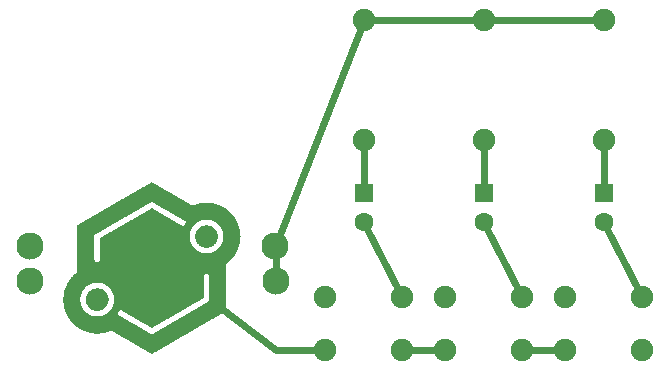
<source format=gtl>
G04 MADE WITH FRITZING*
G04 WWW.FRITZING.ORG*
G04 DOUBLE SIDED*
G04 HOLES PLATED*
G04 CONTOUR ON CENTER OF CONTOUR VECTOR*
%ASAXBY*%
%FSLAX23Y23*%
%MOIN*%
%OFA0B0*%
%SFA1.0B1.0*%
%ADD10C,0.075000*%
%ADD11C,0.062992*%
%ADD12C,0.090551*%
%ADD13R,0.062992X0.062992*%
%ADD14C,0.024000*%
%ADD15R,0.001000X0.001000*%
%LNCOPPER1*%
G90*
G70*
G54D10*
X2013Y825D03*
X2013Y1225D03*
X1613Y825D03*
X1613Y1225D03*
X2141Y125D03*
X1885Y125D03*
X2141Y302D03*
X1885Y302D03*
X1741Y125D03*
X1485Y125D03*
X1741Y302D03*
X1485Y302D03*
X1341Y125D03*
X1085Y125D03*
X1341Y302D03*
X1085Y302D03*
G54D11*
X2013Y649D03*
X2013Y551D03*
G54D12*
X919Y354D03*
X918Y473D03*
X100Y354D03*
X99Y473D03*
G54D10*
X1213Y825D03*
X1213Y1225D03*
G54D11*
X1213Y649D03*
X1213Y551D03*
X1613Y649D03*
X1613Y551D03*
G54D13*
X2013Y649D03*
X1213Y649D03*
X1613Y649D03*
G54D14*
X919Y125D02*
X1056Y125D01*
D02*
X725Y275D02*
X919Y125D01*
D02*
X2025Y527D02*
X2128Y328D01*
D02*
X1625Y527D02*
X1728Y328D01*
D02*
X1225Y527D02*
X1328Y328D01*
D02*
X919Y443D02*
X919Y385D01*
D02*
X1203Y1198D02*
X930Y502D01*
D02*
X1642Y1225D02*
X1984Y1225D01*
D02*
X1613Y796D02*
X1613Y676D01*
D02*
X2013Y796D02*
X2013Y676D01*
D02*
X1770Y125D02*
X1856Y125D01*
D02*
X1370Y125D02*
X1456Y125D01*
D02*
X1213Y796D02*
X1213Y676D01*
D02*
X1242Y1225D02*
X1584Y1225D01*
G54D15*
X507Y684D02*
X507Y684D01*
X505Y683D02*
X508Y683D01*
X503Y682D02*
X510Y682D01*
X502Y681D02*
X512Y681D01*
X500Y680D02*
X514Y680D01*
X498Y679D02*
X515Y679D01*
X496Y678D02*
X517Y678D01*
X495Y677D02*
X519Y677D01*
X493Y676D02*
X521Y676D01*
X491Y675D02*
X522Y675D01*
X490Y674D02*
X524Y674D01*
X488Y673D02*
X526Y673D01*
X486Y672D02*
X527Y672D01*
X484Y671D02*
X529Y671D01*
X483Y670D02*
X531Y670D01*
X481Y669D02*
X533Y669D01*
X479Y668D02*
X534Y668D01*
X477Y667D02*
X536Y667D01*
X476Y666D02*
X538Y666D01*
X474Y665D02*
X540Y665D01*
X472Y664D02*
X541Y664D01*
X471Y663D02*
X543Y663D01*
X469Y662D02*
X545Y662D01*
X467Y661D02*
X547Y661D01*
X465Y660D02*
X548Y660D01*
X464Y659D02*
X550Y659D01*
X462Y658D02*
X552Y658D01*
X460Y657D02*
X553Y657D01*
X458Y656D02*
X555Y656D01*
X457Y655D02*
X557Y655D01*
X455Y654D02*
X559Y654D01*
X453Y653D02*
X560Y653D01*
X451Y652D02*
X562Y652D01*
X450Y651D02*
X564Y651D01*
X448Y650D02*
X566Y650D01*
X446Y649D02*
X567Y649D01*
X445Y648D02*
X569Y648D01*
X443Y647D02*
X571Y647D01*
X441Y646D02*
X572Y646D01*
X439Y645D02*
X574Y645D01*
X438Y644D02*
X576Y644D01*
X436Y643D02*
X578Y643D01*
X434Y642D02*
X579Y642D01*
X432Y641D02*
X581Y641D01*
X431Y640D02*
X583Y640D01*
X429Y639D02*
X585Y639D01*
X427Y638D02*
X586Y638D01*
X425Y637D02*
X588Y637D01*
X424Y636D02*
X590Y636D01*
X422Y635D02*
X592Y635D01*
X420Y634D02*
X593Y634D01*
X419Y633D02*
X595Y633D01*
X417Y632D02*
X597Y632D01*
X415Y631D02*
X598Y631D01*
X413Y630D02*
X600Y630D01*
X412Y629D02*
X602Y629D01*
X410Y628D02*
X604Y628D01*
X408Y627D02*
X605Y627D01*
X406Y626D02*
X607Y626D01*
X405Y625D02*
X609Y625D01*
X403Y624D02*
X611Y624D01*
X401Y623D02*
X612Y623D01*
X400Y622D02*
X614Y622D01*
X398Y621D02*
X616Y621D01*
X396Y620D02*
X618Y620D01*
X394Y619D02*
X619Y619D01*
X393Y618D02*
X505Y618D01*
X508Y618D02*
X621Y618D01*
X391Y617D02*
X504Y617D01*
X510Y617D02*
X623Y617D01*
X389Y616D02*
X502Y616D01*
X512Y616D02*
X624Y616D01*
X387Y615D02*
X500Y615D01*
X513Y615D02*
X626Y615D01*
X675Y615D02*
X703Y615D01*
X386Y614D02*
X498Y614D01*
X515Y614D02*
X628Y614D01*
X669Y614D02*
X709Y614D01*
X384Y613D02*
X497Y613D01*
X517Y613D02*
X630Y613D01*
X664Y613D02*
X714Y613D01*
X382Y612D02*
X495Y612D01*
X519Y612D02*
X631Y612D01*
X660Y612D02*
X718Y612D01*
X380Y611D02*
X493Y611D01*
X520Y611D02*
X633Y611D01*
X657Y611D02*
X721Y611D01*
X379Y610D02*
X491Y610D01*
X522Y610D02*
X635Y610D01*
X654Y610D02*
X724Y610D01*
X377Y609D02*
X490Y609D01*
X524Y609D02*
X637Y609D01*
X651Y609D02*
X727Y609D01*
X375Y608D02*
X488Y608D01*
X526Y608D02*
X638Y608D01*
X648Y608D02*
X730Y608D01*
X374Y607D02*
X486Y607D01*
X527Y607D02*
X640Y607D01*
X646Y607D02*
X732Y607D01*
X372Y606D02*
X484Y606D01*
X529Y606D02*
X735Y606D01*
X370Y605D02*
X483Y605D01*
X531Y605D02*
X737Y605D01*
X368Y604D02*
X481Y604D01*
X533Y604D02*
X739Y604D01*
X367Y603D02*
X479Y603D01*
X534Y603D02*
X741Y603D01*
X365Y602D02*
X478Y602D01*
X536Y602D02*
X743Y602D01*
X363Y601D02*
X476Y601D01*
X538Y601D02*
X744Y601D01*
X361Y600D02*
X474Y600D01*
X539Y600D02*
X746Y600D01*
X360Y599D02*
X472Y599D01*
X541Y599D02*
X748Y599D01*
X358Y598D02*
X471Y598D01*
X543Y598D02*
X749Y598D01*
X356Y597D02*
X469Y597D01*
X507Y597D02*
X507Y597D01*
X545Y597D02*
X751Y597D01*
X354Y596D02*
X467Y596D01*
X505Y596D02*
X509Y596D01*
X546Y596D02*
X752Y596D01*
X353Y595D02*
X465Y595D01*
X503Y595D02*
X510Y595D01*
X548Y595D02*
X754Y595D01*
X351Y594D02*
X464Y594D01*
X502Y594D02*
X512Y594D01*
X550Y594D02*
X755Y594D01*
X349Y593D02*
X462Y593D01*
X500Y593D02*
X514Y593D01*
X552Y593D02*
X756Y593D01*
X348Y592D02*
X460Y592D01*
X498Y592D02*
X515Y592D01*
X553Y592D02*
X758Y592D01*
X346Y591D02*
X459Y591D01*
X496Y591D02*
X517Y591D01*
X555Y591D02*
X759Y591D01*
X344Y590D02*
X457Y590D01*
X495Y590D02*
X519Y590D01*
X557Y590D02*
X760Y590D01*
X342Y589D02*
X455Y589D01*
X493Y589D02*
X521Y589D01*
X559Y589D02*
X761Y589D01*
X341Y588D02*
X453Y588D01*
X491Y588D02*
X522Y588D01*
X560Y588D02*
X763Y588D01*
X339Y587D02*
X452Y587D01*
X489Y587D02*
X524Y587D01*
X562Y587D02*
X764Y587D01*
X337Y586D02*
X450Y586D01*
X488Y586D02*
X526Y586D01*
X564Y586D02*
X765Y586D01*
X335Y585D02*
X448Y585D01*
X486Y585D02*
X528Y585D01*
X565Y585D02*
X766Y585D01*
X334Y584D02*
X446Y584D01*
X484Y584D02*
X529Y584D01*
X567Y584D02*
X767Y584D01*
X332Y583D02*
X445Y583D01*
X483Y583D02*
X531Y583D01*
X569Y583D02*
X768Y583D01*
X330Y582D02*
X443Y582D01*
X481Y582D02*
X533Y582D01*
X571Y582D02*
X769Y582D01*
X328Y581D02*
X441Y581D01*
X479Y581D02*
X535Y581D01*
X572Y581D02*
X770Y581D01*
X327Y580D02*
X439Y580D01*
X477Y580D02*
X536Y580D01*
X574Y580D02*
X771Y580D01*
X325Y579D02*
X438Y579D01*
X476Y579D02*
X538Y579D01*
X576Y579D02*
X772Y579D01*
X323Y578D02*
X436Y578D01*
X474Y578D02*
X540Y578D01*
X578Y578D02*
X773Y578D01*
X322Y577D02*
X434Y577D01*
X472Y577D02*
X541Y577D01*
X579Y577D02*
X774Y577D01*
X320Y576D02*
X433Y576D01*
X470Y576D02*
X543Y576D01*
X581Y576D02*
X774Y576D01*
X318Y575D02*
X431Y575D01*
X469Y575D02*
X545Y575D01*
X583Y575D02*
X775Y575D01*
X316Y574D02*
X429Y574D01*
X467Y574D02*
X547Y574D01*
X585Y574D02*
X776Y574D01*
X315Y573D02*
X427Y573D01*
X465Y573D02*
X548Y573D01*
X586Y573D02*
X777Y573D01*
X313Y572D02*
X426Y572D01*
X463Y572D02*
X550Y572D01*
X588Y572D02*
X778Y572D01*
X311Y571D02*
X424Y571D01*
X462Y571D02*
X552Y571D01*
X590Y571D02*
X778Y571D01*
X309Y570D02*
X422Y570D01*
X460Y570D02*
X554Y570D01*
X591Y570D02*
X779Y570D01*
X308Y569D02*
X420Y569D01*
X458Y569D02*
X555Y569D01*
X593Y569D02*
X780Y569D01*
X306Y568D02*
X419Y568D01*
X457Y568D02*
X557Y568D01*
X595Y568D02*
X781Y568D01*
X304Y567D02*
X417Y567D01*
X455Y567D02*
X559Y567D01*
X597Y567D02*
X781Y567D01*
X303Y566D02*
X415Y566D01*
X453Y566D02*
X561Y566D01*
X598Y566D02*
X782Y566D01*
X301Y565D02*
X413Y565D01*
X451Y565D02*
X562Y565D01*
X600Y565D02*
X783Y565D01*
X299Y564D02*
X412Y564D01*
X450Y564D02*
X564Y564D01*
X602Y564D02*
X783Y564D01*
X297Y563D02*
X410Y563D01*
X448Y563D02*
X566Y563D01*
X604Y563D02*
X784Y563D01*
X296Y562D02*
X408Y562D01*
X446Y562D02*
X567Y562D01*
X605Y562D02*
X785Y562D01*
X294Y561D02*
X407Y561D01*
X444Y561D02*
X569Y561D01*
X607Y561D02*
X785Y561D01*
X292Y560D02*
X405Y560D01*
X443Y560D02*
X571Y560D01*
X609Y560D02*
X786Y560D01*
X290Y559D02*
X403Y559D01*
X441Y559D02*
X573Y559D01*
X611Y559D02*
X686Y559D01*
X692Y559D02*
X787Y559D01*
X289Y558D02*
X401Y558D01*
X439Y558D02*
X574Y558D01*
X612Y558D02*
X677Y558D01*
X701Y558D02*
X787Y558D01*
X287Y557D02*
X400Y557D01*
X437Y557D02*
X576Y557D01*
X614Y557D02*
X673Y557D01*
X705Y557D02*
X788Y557D01*
X285Y556D02*
X398Y556D01*
X436Y556D02*
X578Y556D01*
X616Y556D02*
X670Y556D01*
X708Y556D02*
X788Y556D01*
X283Y555D02*
X396Y555D01*
X434Y555D02*
X580Y555D01*
X617Y555D02*
X667Y555D01*
X710Y555D02*
X789Y555D01*
X282Y554D02*
X394Y554D01*
X432Y554D02*
X581Y554D01*
X619Y554D02*
X665Y554D01*
X713Y554D02*
X789Y554D01*
X280Y553D02*
X393Y553D01*
X431Y553D02*
X583Y553D01*
X621Y553D02*
X663Y553D01*
X715Y553D02*
X790Y553D01*
X278Y552D02*
X391Y552D01*
X429Y552D02*
X585Y552D01*
X622Y552D02*
X661Y552D01*
X717Y552D02*
X790Y552D01*
X277Y551D02*
X389Y551D01*
X427Y551D02*
X587Y551D01*
X622Y551D02*
X659Y551D01*
X718Y551D02*
X791Y551D01*
X275Y550D02*
X387Y550D01*
X425Y550D02*
X588Y550D01*
X621Y550D02*
X658Y550D01*
X720Y550D02*
X791Y550D01*
X273Y549D02*
X386Y549D01*
X424Y549D02*
X590Y549D01*
X621Y549D02*
X656Y549D01*
X722Y549D02*
X792Y549D01*
X271Y548D02*
X384Y548D01*
X422Y548D02*
X592Y548D01*
X620Y548D02*
X655Y548D01*
X723Y548D02*
X792Y548D01*
X270Y547D02*
X382Y547D01*
X420Y547D02*
X593Y547D01*
X619Y547D02*
X654Y547D01*
X724Y547D02*
X793Y547D01*
X268Y546D02*
X381Y546D01*
X418Y546D02*
X595Y546D01*
X619Y546D02*
X652Y546D01*
X726Y546D02*
X793Y546D01*
X266Y545D02*
X379Y545D01*
X417Y545D02*
X597Y545D01*
X618Y545D02*
X651Y545D01*
X727Y545D02*
X793Y545D01*
X264Y544D02*
X377Y544D01*
X415Y544D02*
X599Y544D01*
X617Y544D02*
X650Y544D01*
X728Y544D02*
X794Y544D01*
X263Y543D02*
X375Y543D01*
X413Y543D02*
X600Y543D01*
X617Y543D02*
X649Y543D01*
X729Y543D02*
X794Y543D01*
X261Y542D02*
X374Y542D01*
X411Y542D02*
X602Y542D01*
X616Y542D02*
X648Y542D01*
X730Y542D02*
X795Y542D01*
X259Y541D02*
X372Y541D01*
X410Y541D02*
X604Y541D01*
X616Y541D02*
X647Y541D01*
X731Y541D02*
X795Y541D01*
X259Y540D02*
X370Y540D01*
X408Y540D02*
X606Y540D01*
X615Y540D02*
X646Y540D01*
X683Y540D02*
X695Y540D01*
X732Y540D02*
X795Y540D01*
X259Y539D02*
X368Y539D01*
X406Y539D02*
X607Y539D01*
X615Y539D02*
X645Y539D01*
X678Y539D02*
X699Y539D01*
X733Y539D02*
X796Y539D01*
X259Y538D02*
X367Y538D01*
X405Y538D02*
X609Y538D01*
X614Y538D02*
X644Y538D01*
X676Y538D02*
X702Y538D01*
X733Y538D02*
X796Y538D01*
X259Y537D02*
X365Y537D01*
X403Y537D02*
X611Y537D01*
X614Y537D02*
X644Y537D01*
X673Y537D02*
X705Y537D01*
X734Y537D02*
X796Y537D01*
X259Y536D02*
X363Y536D01*
X401Y536D02*
X643Y536D01*
X671Y536D02*
X707Y536D01*
X735Y536D02*
X797Y536D01*
X259Y535D02*
X361Y535D01*
X399Y535D02*
X642Y535D01*
X670Y535D02*
X708Y535D01*
X736Y535D02*
X797Y535D01*
X259Y534D02*
X360Y534D01*
X398Y534D02*
X642Y534D01*
X668Y534D02*
X710Y534D01*
X736Y534D02*
X797Y534D01*
X259Y533D02*
X358Y533D01*
X396Y533D02*
X641Y533D01*
X667Y533D02*
X711Y533D01*
X737Y533D02*
X797Y533D01*
X259Y532D02*
X356Y532D01*
X394Y532D02*
X640Y532D01*
X665Y532D02*
X712Y532D01*
X737Y532D02*
X798Y532D01*
X259Y531D02*
X355Y531D01*
X392Y531D02*
X640Y531D01*
X664Y531D02*
X714Y531D01*
X738Y531D02*
X798Y531D01*
X259Y530D02*
X353Y530D01*
X391Y530D02*
X639Y530D01*
X663Y530D02*
X715Y530D01*
X739Y530D02*
X798Y530D01*
X259Y529D02*
X351Y529D01*
X389Y529D02*
X639Y529D01*
X662Y529D02*
X716Y529D01*
X739Y529D02*
X798Y529D01*
X259Y528D02*
X349Y528D01*
X387Y528D02*
X638Y528D01*
X661Y528D02*
X717Y528D01*
X740Y528D02*
X799Y528D01*
X259Y527D02*
X348Y527D01*
X385Y527D02*
X638Y527D01*
X660Y527D02*
X717Y527D01*
X740Y527D02*
X799Y527D01*
X259Y526D02*
X346Y526D01*
X384Y526D02*
X637Y526D01*
X660Y526D02*
X718Y526D01*
X741Y526D02*
X799Y526D01*
X259Y525D02*
X344Y525D01*
X382Y525D02*
X637Y525D01*
X659Y525D02*
X719Y525D01*
X741Y525D02*
X799Y525D01*
X259Y524D02*
X342Y524D01*
X380Y524D02*
X636Y524D01*
X658Y524D02*
X720Y524D01*
X742Y524D02*
X800Y524D01*
X259Y523D02*
X341Y523D01*
X379Y523D02*
X636Y523D01*
X657Y523D02*
X720Y523D01*
X742Y523D02*
X800Y523D01*
X259Y522D02*
X339Y522D01*
X377Y522D02*
X636Y522D01*
X657Y522D02*
X721Y522D01*
X742Y522D02*
X800Y522D01*
X259Y521D02*
X337Y521D01*
X375Y521D02*
X635Y521D01*
X656Y521D02*
X722Y521D01*
X743Y521D02*
X800Y521D01*
X259Y520D02*
X336Y520D01*
X373Y520D02*
X635Y520D01*
X656Y520D02*
X722Y520D01*
X743Y520D02*
X800Y520D01*
X259Y519D02*
X334Y519D01*
X372Y519D02*
X634Y519D01*
X655Y519D02*
X723Y519D01*
X743Y519D02*
X800Y519D01*
X259Y518D02*
X332Y518D01*
X370Y518D02*
X634Y518D01*
X655Y518D02*
X723Y518D01*
X744Y518D02*
X800Y518D01*
X259Y517D02*
X330Y517D01*
X368Y517D02*
X634Y517D01*
X654Y517D02*
X723Y517D01*
X744Y517D02*
X801Y517D01*
X259Y516D02*
X329Y516D01*
X366Y516D02*
X634Y516D01*
X654Y516D02*
X724Y516D01*
X744Y516D02*
X801Y516D01*
X259Y515D02*
X327Y515D01*
X365Y515D02*
X633Y515D01*
X654Y515D02*
X724Y515D01*
X744Y515D02*
X801Y515D01*
X259Y514D02*
X325Y514D01*
X363Y514D02*
X633Y514D01*
X653Y514D02*
X725Y514D01*
X745Y514D02*
X801Y514D01*
X259Y513D02*
X323Y513D01*
X361Y513D02*
X633Y513D01*
X653Y513D02*
X725Y513D01*
X745Y513D02*
X801Y513D01*
X259Y512D02*
X322Y512D01*
X360Y512D02*
X633Y512D01*
X653Y512D02*
X725Y512D01*
X745Y512D02*
X801Y512D01*
X259Y511D02*
X320Y511D01*
X358Y511D02*
X633Y511D01*
X652Y511D02*
X725Y511D01*
X745Y511D02*
X801Y511D01*
X259Y510D02*
X318Y510D01*
X356Y510D02*
X633Y510D01*
X652Y510D02*
X726Y510D01*
X745Y510D02*
X801Y510D01*
X259Y509D02*
X316Y509D01*
X354Y509D02*
X632Y509D01*
X652Y509D02*
X726Y509D01*
X745Y509D02*
X801Y509D01*
X259Y508D02*
X315Y508D01*
X353Y508D02*
X632Y508D01*
X652Y508D02*
X726Y508D01*
X745Y508D02*
X801Y508D01*
X259Y507D02*
X315Y507D01*
X351Y507D02*
X632Y507D01*
X652Y507D02*
X726Y507D01*
X745Y507D02*
X801Y507D01*
X259Y506D02*
X315Y506D01*
X349Y506D02*
X632Y506D01*
X652Y506D02*
X726Y506D01*
X746Y506D02*
X801Y506D01*
X259Y505D02*
X315Y505D01*
X347Y505D02*
X632Y505D01*
X652Y505D02*
X726Y505D01*
X746Y505D02*
X801Y505D01*
X259Y504D02*
X315Y504D01*
X346Y504D02*
X632Y504D01*
X652Y504D02*
X726Y504D01*
X746Y504D02*
X801Y504D01*
X259Y503D02*
X315Y503D01*
X344Y503D02*
X632Y503D01*
X652Y503D02*
X726Y503D01*
X746Y503D02*
X802Y503D01*
X259Y502D02*
X315Y502D01*
X342Y502D02*
X632Y502D01*
X652Y502D02*
X726Y502D01*
X746Y502D02*
X801Y502D01*
X259Y501D02*
X315Y501D01*
X340Y501D02*
X632Y501D01*
X652Y501D02*
X726Y501D01*
X746Y501D02*
X801Y501D01*
X259Y500D02*
X315Y500D01*
X339Y500D02*
X632Y500D01*
X652Y500D02*
X726Y500D01*
X746Y500D02*
X801Y500D01*
X259Y499D02*
X315Y499D01*
X337Y499D02*
X632Y499D01*
X652Y499D02*
X726Y499D01*
X746Y499D02*
X801Y499D01*
X259Y498D02*
X315Y498D01*
X335Y498D02*
X632Y498D01*
X652Y498D02*
X726Y498D01*
X745Y498D02*
X801Y498D01*
X259Y497D02*
X315Y497D01*
X334Y497D02*
X632Y497D01*
X652Y497D02*
X726Y497D01*
X745Y497D02*
X801Y497D01*
X259Y496D02*
X315Y496D01*
X334Y496D02*
X633Y496D01*
X652Y496D02*
X726Y496D01*
X745Y496D02*
X801Y496D01*
X259Y495D02*
X315Y495D01*
X334Y495D02*
X633Y495D01*
X652Y495D02*
X725Y495D01*
X745Y495D02*
X801Y495D01*
X259Y494D02*
X315Y494D01*
X334Y494D02*
X633Y494D01*
X653Y494D02*
X725Y494D01*
X745Y494D02*
X801Y494D01*
X259Y493D02*
X315Y493D01*
X334Y493D02*
X633Y493D01*
X653Y493D02*
X725Y493D01*
X745Y493D02*
X801Y493D01*
X259Y492D02*
X315Y492D01*
X334Y492D02*
X633Y492D01*
X653Y492D02*
X725Y492D01*
X745Y492D02*
X801Y492D01*
X259Y491D02*
X315Y491D01*
X334Y491D02*
X633Y491D01*
X654Y491D02*
X724Y491D01*
X744Y491D02*
X801Y491D01*
X259Y490D02*
X315Y490D01*
X334Y490D02*
X634Y490D01*
X654Y490D02*
X724Y490D01*
X744Y490D02*
X801Y490D01*
X259Y489D02*
X315Y489D01*
X334Y489D02*
X634Y489D01*
X654Y489D02*
X724Y489D01*
X744Y489D02*
X801Y489D01*
X259Y488D02*
X315Y488D01*
X334Y488D02*
X634Y488D01*
X655Y488D02*
X723Y488D01*
X744Y488D02*
X801Y488D01*
X259Y487D02*
X315Y487D01*
X334Y487D02*
X634Y487D01*
X655Y487D02*
X723Y487D01*
X743Y487D02*
X800Y487D01*
X259Y486D02*
X315Y486D01*
X334Y486D02*
X635Y486D01*
X656Y486D02*
X722Y486D01*
X743Y486D02*
X800Y486D01*
X259Y485D02*
X315Y485D01*
X334Y485D02*
X635Y485D01*
X656Y485D02*
X722Y485D01*
X743Y485D02*
X800Y485D01*
X259Y484D02*
X315Y484D01*
X334Y484D02*
X635Y484D01*
X657Y484D02*
X721Y484D01*
X742Y484D02*
X800Y484D01*
X259Y483D02*
X315Y483D01*
X334Y483D02*
X636Y483D01*
X657Y483D02*
X721Y483D01*
X742Y483D02*
X800Y483D01*
X259Y482D02*
X315Y482D01*
X334Y482D02*
X636Y482D01*
X658Y482D02*
X720Y482D01*
X742Y482D02*
X800Y482D01*
X259Y481D02*
X315Y481D01*
X334Y481D02*
X637Y481D01*
X659Y481D02*
X719Y481D01*
X741Y481D02*
X799Y481D01*
X259Y480D02*
X315Y480D01*
X334Y480D02*
X637Y480D01*
X659Y480D02*
X719Y480D01*
X741Y480D02*
X799Y480D01*
X259Y479D02*
X315Y479D01*
X334Y479D02*
X637Y479D01*
X660Y479D02*
X718Y479D01*
X740Y479D02*
X799Y479D01*
X259Y478D02*
X315Y478D01*
X334Y478D02*
X638Y478D01*
X661Y478D02*
X717Y478D01*
X740Y478D02*
X799Y478D01*
X259Y477D02*
X315Y477D01*
X334Y477D02*
X638Y477D01*
X662Y477D02*
X716Y477D01*
X739Y477D02*
X798Y477D01*
X259Y476D02*
X315Y476D01*
X334Y476D02*
X639Y476D01*
X663Y476D02*
X715Y476D01*
X739Y476D02*
X798Y476D01*
X259Y475D02*
X315Y475D01*
X334Y475D02*
X640Y475D01*
X664Y475D02*
X714Y475D01*
X738Y475D02*
X798Y475D01*
X259Y474D02*
X315Y474D01*
X334Y474D02*
X640Y474D01*
X665Y474D02*
X713Y474D01*
X738Y474D02*
X798Y474D01*
X259Y473D02*
X315Y473D01*
X334Y473D02*
X641Y473D01*
X666Y473D02*
X712Y473D01*
X737Y473D02*
X797Y473D01*
X259Y472D02*
X315Y472D01*
X334Y472D02*
X641Y472D01*
X668Y472D02*
X710Y472D01*
X736Y472D02*
X797Y472D01*
X259Y471D02*
X315Y471D01*
X334Y471D02*
X642Y471D01*
X669Y471D02*
X709Y471D01*
X736Y471D02*
X797Y471D01*
X259Y470D02*
X315Y470D01*
X334Y470D02*
X643Y470D01*
X671Y470D02*
X707Y470D01*
X735Y470D02*
X797Y470D01*
X259Y469D02*
X315Y469D01*
X334Y469D02*
X643Y469D01*
X673Y469D02*
X705Y469D01*
X734Y469D02*
X796Y469D01*
X259Y468D02*
X315Y468D01*
X334Y468D02*
X644Y468D01*
X675Y468D02*
X703Y468D01*
X734Y468D02*
X796Y468D01*
X259Y467D02*
X315Y467D01*
X334Y467D02*
X645Y467D01*
X677Y467D02*
X700Y467D01*
X733Y467D02*
X796Y467D01*
X259Y466D02*
X315Y466D01*
X334Y466D02*
X646Y466D01*
X681Y466D02*
X697Y466D01*
X732Y466D02*
X795Y466D01*
X259Y465D02*
X315Y465D01*
X334Y465D02*
X647Y465D01*
X731Y465D02*
X795Y465D01*
X259Y464D02*
X315Y464D01*
X334Y464D02*
X648Y464D01*
X730Y464D02*
X795Y464D01*
X259Y463D02*
X315Y463D01*
X334Y463D02*
X649Y463D01*
X729Y463D02*
X794Y463D01*
X259Y462D02*
X315Y462D01*
X334Y462D02*
X650Y462D01*
X728Y462D02*
X794Y462D01*
X259Y461D02*
X315Y461D01*
X334Y461D02*
X651Y461D01*
X727Y461D02*
X793Y461D01*
X259Y460D02*
X315Y460D01*
X334Y460D02*
X652Y460D01*
X726Y460D02*
X793Y460D01*
X259Y459D02*
X315Y459D01*
X334Y459D02*
X653Y459D01*
X725Y459D02*
X793Y459D01*
X259Y458D02*
X315Y458D01*
X334Y458D02*
X654Y458D01*
X723Y458D02*
X792Y458D01*
X259Y457D02*
X315Y457D01*
X334Y457D02*
X656Y457D01*
X722Y457D02*
X792Y457D01*
X259Y456D02*
X315Y456D01*
X334Y456D02*
X657Y456D01*
X721Y456D02*
X791Y456D01*
X259Y455D02*
X315Y455D01*
X334Y455D02*
X659Y455D01*
X719Y455D02*
X791Y455D01*
X259Y454D02*
X315Y454D01*
X334Y454D02*
X661Y454D01*
X717Y454D02*
X790Y454D01*
X259Y453D02*
X315Y453D01*
X334Y453D02*
X662Y453D01*
X716Y453D02*
X790Y453D01*
X259Y452D02*
X315Y452D01*
X334Y452D02*
X664Y452D01*
X713Y452D02*
X789Y452D01*
X259Y451D02*
X315Y451D01*
X334Y451D02*
X666Y451D01*
X711Y451D02*
X789Y451D01*
X259Y450D02*
X315Y450D01*
X334Y450D02*
X669Y450D01*
X709Y450D02*
X788Y450D01*
X259Y449D02*
X315Y449D01*
X334Y449D02*
X672Y449D01*
X706Y449D02*
X788Y449D01*
X259Y448D02*
X315Y448D01*
X334Y448D02*
X676Y448D01*
X702Y448D02*
X787Y448D01*
X259Y447D02*
X315Y447D01*
X334Y447D02*
X682Y447D01*
X696Y447D02*
X787Y447D01*
X259Y446D02*
X315Y446D01*
X334Y446D02*
X786Y446D01*
X259Y445D02*
X315Y445D01*
X334Y445D02*
X786Y445D01*
X259Y444D02*
X315Y444D01*
X334Y444D02*
X785Y444D01*
X259Y443D02*
X315Y443D01*
X334Y443D02*
X784Y443D01*
X259Y442D02*
X315Y442D01*
X334Y442D02*
X784Y442D01*
X259Y441D02*
X315Y441D01*
X334Y441D02*
X783Y441D01*
X259Y440D02*
X315Y440D01*
X334Y440D02*
X782Y440D01*
X259Y439D02*
X315Y439D01*
X334Y439D02*
X782Y439D01*
X259Y438D02*
X315Y438D01*
X334Y438D02*
X781Y438D01*
X259Y437D02*
X315Y437D01*
X334Y437D02*
X780Y437D01*
X259Y436D02*
X315Y436D01*
X334Y436D02*
X779Y436D01*
X259Y435D02*
X315Y435D01*
X334Y435D02*
X779Y435D01*
X259Y434D02*
X315Y434D01*
X334Y434D02*
X778Y434D01*
X259Y433D02*
X315Y433D01*
X334Y433D02*
X777Y433D01*
X259Y432D02*
X315Y432D01*
X334Y432D02*
X776Y432D01*
X259Y431D02*
X315Y431D01*
X334Y431D02*
X776Y431D01*
X259Y430D02*
X315Y430D01*
X334Y430D02*
X775Y430D01*
X259Y429D02*
X315Y429D01*
X334Y429D02*
X774Y429D01*
X259Y428D02*
X315Y428D01*
X334Y428D02*
X773Y428D01*
X259Y427D02*
X315Y427D01*
X334Y427D02*
X772Y427D01*
X259Y426D02*
X315Y426D01*
X334Y426D02*
X771Y426D01*
X259Y425D02*
X315Y425D01*
X334Y425D02*
X770Y425D01*
X259Y424D02*
X316Y424D01*
X334Y424D02*
X769Y424D01*
X259Y423D02*
X316Y423D01*
X333Y423D02*
X768Y423D01*
X259Y422D02*
X317Y422D01*
X333Y422D02*
X767Y422D01*
X259Y421D02*
X317Y421D01*
X332Y421D02*
X766Y421D01*
X259Y420D02*
X318Y420D01*
X331Y420D02*
X765Y420D01*
X259Y419D02*
X320Y419D01*
X329Y419D02*
X764Y419D01*
X259Y418D02*
X323Y418D01*
X326Y418D02*
X763Y418D01*
X259Y417D02*
X762Y417D01*
X259Y416D02*
X761Y416D01*
X259Y415D02*
X759Y415D01*
X259Y414D02*
X758Y414D01*
X259Y413D02*
X757Y413D01*
X259Y412D02*
X756Y412D01*
X259Y411D02*
X755Y411D01*
X259Y410D02*
X754Y410D01*
X259Y409D02*
X754Y409D01*
X259Y408D02*
X754Y408D01*
X259Y407D02*
X754Y407D01*
X259Y406D02*
X754Y406D01*
X259Y405D02*
X754Y405D01*
X259Y404D02*
X754Y404D01*
X259Y403D02*
X754Y403D01*
X259Y402D02*
X754Y402D01*
X259Y401D02*
X754Y401D01*
X259Y400D02*
X754Y400D01*
X259Y399D02*
X754Y399D01*
X259Y398D02*
X754Y398D01*
X259Y397D02*
X754Y397D01*
X259Y396D02*
X754Y396D01*
X259Y395D02*
X754Y395D01*
X259Y394D02*
X754Y394D01*
X259Y393D02*
X754Y393D01*
X259Y392D02*
X754Y392D01*
X259Y391D02*
X754Y391D01*
X259Y390D02*
X754Y390D01*
X259Y389D02*
X754Y389D01*
X259Y388D02*
X754Y388D01*
X259Y387D02*
X754Y387D01*
X259Y386D02*
X754Y386D01*
X259Y385D02*
X754Y385D01*
X259Y384D02*
X754Y384D01*
X258Y383D02*
X754Y383D01*
X256Y382D02*
X754Y382D01*
X255Y381D02*
X754Y381D01*
X254Y380D02*
X754Y380D01*
X253Y379D02*
X754Y379D01*
X251Y378D02*
X754Y378D01*
X250Y377D02*
X686Y377D01*
X692Y377D02*
X754Y377D01*
X249Y376D02*
X684Y376D01*
X694Y376D02*
X754Y376D01*
X248Y375D02*
X682Y375D01*
X696Y375D02*
X754Y375D01*
X247Y374D02*
X681Y374D01*
X697Y374D02*
X754Y374D01*
X246Y373D02*
X681Y373D01*
X697Y373D02*
X754Y373D01*
X245Y372D02*
X680Y372D01*
X698Y372D02*
X754Y372D01*
X244Y371D02*
X680Y371D01*
X698Y371D02*
X754Y371D01*
X243Y370D02*
X679Y370D01*
X698Y370D02*
X754Y370D01*
X242Y369D02*
X679Y369D01*
X699Y369D02*
X754Y369D01*
X241Y368D02*
X679Y368D01*
X699Y368D02*
X754Y368D01*
X240Y367D02*
X679Y367D01*
X699Y367D02*
X754Y367D01*
X239Y366D02*
X679Y366D01*
X699Y366D02*
X754Y366D01*
X239Y365D02*
X679Y365D01*
X699Y365D02*
X754Y365D01*
X238Y364D02*
X679Y364D01*
X699Y364D02*
X754Y364D01*
X237Y363D02*
X679Y363D01*
X699Y363D02*
X754Y363D01*
X236Y362D02*
X679Y362D01*
X699Y362D02*
X754Y362D01*
X235Y361D02*
X679Y361D01*
X699Y361D02*
X754Y361D01*
X235Y360D02*
X679Y360D01*
X699Y360D02*
X754Y360D01*
X234Y359D02*
X679Y359D01*
X699Y359D02*
X754Y359D01*
X233Y358D02*
X679Y358D01*
X699Y358D02*
X754Y358D01*
X232Y357D02*
X679Y357D01*
X699Y357D02*
X754Y357D01*
X232Y356D02*
X679Y356D01*
X699Y356D02*
X754Y356D01*
X231Y355D02*
X679Y355D01*
X699Y355D02*
X754Y355D01*
X230Y354D02*
X679Y354D01*
X699Y354D02*
X754Y354D01*
X230Y353D02*
X679Y353D01*
X699Y353D02*
X754Y353D01*
X229Y352D02*
X679Y352D01*
X699Y352D02*
X754Y352D01*
X228Y351D02*
X679Y351D01*
X699Y351D02*
X754Y351D01*
X228Y350D02*
X679Y350D01*
X699Y350D02*
X754Y350D01*
X227Y349D02*
X679Y349D01*
X699Y349D02*
X754Y349D01*
X227Y348D02*
X315Y348D01*
X334Y348D02*
X679Y348D01*
X699Y348D02*
X754Y348D01*
X226Y347D02*
X310Y347D01*
X339Y347D02*
X679Y347D01*
X699Y347D02*
X754Y347D01*
X226Y346D02*
X307Y346D01*
X343Y346D02*
X679Y346D01*
X699Y346D02*
X754Y346D01*
X225Y345D02*
X304Y345D01*
X345Y345D02*
X679Y345D01*
X699Y345D02*
X754Y345D01*
X225Y344D02*
X301Y344D01*
X348Y344D02*
X679Y344D01*
X699Y344D02*
X754Y344D01*
X224Y343D02*
X299Y343D01*
X350Y343D02*
X679Y343D01*
X699Y343D02*
X754Y343D01*
X224Y342D02*
X297Y342D01*
X352Y342D02*
X679Y342D01*
X699Y342D02*
X754Y342D01*
X223Y341D02*
X296Y341D01*
X354Y341D02*
X679Y341D01*
X699Y341D02*
X754Y341D01*
X223Y340D02*
X294Y340D01*
X355Y340D02*
X679Y340D01*
X699Y340D02*
X754Y340D01*
X222Y339D02*
X292Y339D01*
X357Y339D02*
X679Y339D01*
X699Y339D02*
X754Y339D01*
X222Y338D02*
X291Y338D01*
X358Y338D02*
X679Y338D01*
X699Y338D02*
X754Y338D01*
X221Y337D02*
X290Y337D01*
X360Y337D02*
X679Y337D01*
X699Y337D02*
X754Y337D01*
X221Y336D02*
X288Y336D01*
X361Y336D02*
X679Y336D01*
X699Y336D02*
X754Y336D01*
X220Y335D02*
X287Y335D01*
X362Y335D02*
X679Y335D01*
X699Y335D02*
X754Y335D01*
X220Y334D02*
X286Y334D01*
X363Y334D02*
X679Y334D01*
X699Y334D02*
X754Y334D01*
X220Y333D02*
X285Y333D01*
X364Y333D02*
X679Y333D01*
X699Y333D02*
X754Y333D01*
X219Y332D02*
X284Y332D01*
X365Y332D02*
X679Y332D01*
X699Y332D02*
X754Y332D01*
X219Y331D02*
X283Y331D01*
X366Y331D02*
X679Y331D01*
X699Y331D02*
X754Y331D01*
X219Y330D02*
X282Y330D01*
X320Y330D02*
X329Y330D01*
X367Y330D02*
X679Y330D01*
X699Y330D02*
X754Y330D01*
X218Y329D02*
X281Y329D01*
X315Y329D02*
X334Y329D01*
X368Y329D02*
X679Y329D01*
X699Y329D02*
X754Y329D01*
X218Y328D02*
X280Y328D01*
X312Y328D02*
X337Y328D01*
X369Y328D02*
X679Y328D01*
X699Y328D02*
X754Y328D01*
X217Y327D02*
X280Y327D01*
X310Y327D02*
X340Y327D01*
X370Y327D02*
X679Y327D01*
X699Y327D02*
X754Y327D01*
X217Y326D02*
X279Y326D01*
X308Y326D02*
X342Y326D01*
X370Y326D02*
X679Y326D01*
X699Y326D02*
X754Y326D01*
X217Y325D02*
X278Y325D01*
X306Y325D02*
X343Y325D01*
X371Y325D02*
X679Y325D01*
X699Y325D02*
X754Y325D01*
X217Y324D02*
X278Y324D01*
X304Y324D02*
X345Y324D01*
X372Y324D02*
X679Y324D01*
X699Y324D02*
X754Y324D01*
X216Y323D02*
X277Y323D01*
X303Y323D02*
X346Y323D01*
X372Y323D02*
X679Y323D01*
X699Y323D02*
X754Y323D01*
X216Y322D02*
X276Y322D01*
X302Y322D02*
X348Y322D01*
X373Y322D02*
X679Y322D01*
X699Y322D02*
X754Y322D01*
X216Y321D02*
X276Y321D01*
X300Y321D02*
X349Y321D01*
X374Y321D02*
X679Y321D01*
X699Y321D02*
X754Y321D01*
X215Y320D02*
X275Y320D01*
X299Y320D02*
X350Y320D01*
X374Y320D02*
X679Y320D01*
X699Y320D02*
X754Y320D01*
X215Y319D02*
X274Y319D01*
X298Y319D02*
X351Y319D01*
X375Y319D02*
X679Y319D01*
X699Y319D02*
X754Y319D01*
X215Y318D02*
X274Y318D01*
X297Y318D02*
X352Y318D01*
X375Y318D02*
X679Y318D01*
X699Y318D02*
X754Y318D01*
X215Y317D02*
X274Y317D01*
X296Y317D02*
X353Y317D01*
X376Y317D02*
X679Y317D01*
X699Y317D02*
X754Y317D01*
X215Y316D02*
X273Y316D01*
X296Y316D02*
X354Y316D01*
X376Y316D02*
X679Y316D01*
X699Y316D02*
X754Y316D01*
X214Y315D02*
X273Y315D01*
X295Y315D02*
X355Y315D01*
X377Y315D02*
X679Y315D01*
X699Y315D02*
X754Y315D01*
X214Y314D02*
X272Y314D01*
X294Y314D02*
X355Y314D01*
X377Y314D02*
X679Y314D01*
X699Y314D02*
X754Y314D01*
X214Y313D02*
X272Y313D01*
X293Y313D02*
X356Y313D01*
X378Y313D02*
X679Y313D01*
X699Y313D02*
X754Y313D01*
X214Y312D02*
X271Y312D01*
X293Y312D02*
X357Y312D01*
X378Y312D02*
X679Y312D01*
X699Y312D02*
X754Y312D01*
X214Y311D02*
X271Y311D01*
X292Y311D02*
X357Y311D01*
X378Y311D02*
X679Y311D01*
X699Y311D02*
X754Y311D01*
X213Y310D02*
X271Y310D01*
X292Y310D02*
X358Y310D01*
X379Y310D02*
X679Y310D01*
X699Y310D02*
X754Y310D01*
X213Y309D02*
X270Y309D01*
X291Y309D02*
X358Y309D01*
X379Y309D02*
X679Y309D01*
X699Y309D02*
X754Y309D01*
X213Y308D02*
X270Y308D01*
X291Y308D02*
X359Y308D01*
X379Y308D02*
X679Y308D01*
X699Y308D02*
X754Y308D01*
X213Y307D02*
X270Y307D01*
X290Y307D02*
X359Y307D01*
X380Y307D02*
X679Y307D01*
X699Y307D02*
X754Y307D01*
X213Y306D02*
X270Y306D01*
X290Y306D02*
X359Y306D01*
X380Y306D02*
X679Y306D01*
X699Y306D02*
X754Y306D01*
X213Y305D02*
X269Y305D01*
X289Y305D02*
X360Y305D01*
X380Y305D02*
X679Y305D01*
X699Y305D02*
X754Y305D01*
X213Y304D02*
X269Y304D01*
X289Y304D02*
X360Y304D01*
X380Y304D02*
X679Y304D01*
X699Y304D02*
X754Y304D01*
X213Y303D02*
X269Y303D01*
X289Y303D02*
X360Y303D01*
X380Y303D02*
X679Y303D01*
X699Y303D02*
X754Y303D01*
X213Y302D02*
X269Y302D01*
X289Y302D02*
X361Y302D01*
X381Y302D02*
X679Y302D01*
X699Y302D02*
X754Y302D01*
X212Y301D02*
X269Y301D01*
X288Y301D02*
X361Y301D01*
X381Y301D02*
X679Y301D01*
X699Y301D02*
X754Y301D01*
X212Y300D02*
X268Y300D01*
X288Y300D02*
X361Y300D01*
X381Y300D02*
X679Y300D01*
X699Y300D02*
X754Y300D01*
X212Y299D02*
X268Y299D01*
X288Y299D02*
X361Y299D01*
X381Y299D02*
X679Y299D01*
X699Y299D02*
X754Y299D01*
X212Y298D02*
X268Y298D01*
X288Y298D02*
X362Y298D01*
X381Y298D02*
X679Y298D01*
X699Y298D02*
X754Y298D01*
X212Y297D02*
X268Y297D01*
X288Y297D02*
X362Y297D01*
X381Y297D02*
X678Y297D01*
X699Y297D02*
X754Y297D01*
X212Y296D02*
X268Y296D01*
X287Y296D02*
X362Y296D01*
X381Y296D02*
X676Y296D01*
X699Y296D02*
X754Y296D01*
X212Y295D02*
X268Y295D01*
X287Y295D02*
X362Y295D01*
X381Y295D02*
X674Y295D01*
X699Y295D02*
X754Y295D01*
X212Y294D02*
X268Y294D01*
X287Y294D02*
X362Y294D01*
X381Y294D02*
X673Y294D01*
X699Y294D02*
X754Y294D01*
X212Y293D02*
X268Y293D01*
X287Y293D02*
X362Y293D01*
X381Y293D02*
X671Y293D01*
X699Y293D02*
X754Y293D01*
X212Y292D02*
X268Y292D01*
X287Y292D02*
X362Y292D01*
X381Y292D02*
X669Y292D01*
X699Y292D02*
X754Y292D01*
X212Y291D02*
X268Y291D01*
X287Y291D02*
X362Y291D01*
X381Y291D02*
X667Y291D01*
X699Y291D02*
X754Y291D01*
X212Y290D02*
X268Y290D01*
X287Y290D02*
X362Y290D01*
X381Y290D02*
X666Y290D01*
X699Y290D02*
X754Y290D01*
X212Y289D02*
X268Y289D01*
X287Y289D02*
X362Y289D01*
X381Y289D02*
X664Y289D01*
X699Y289D02*
X754Y289D01*
X212Y288D02*
X268Y288D01*
X288Y288D02*
X362Y288D01*
X381Y288D02*
X662Y288D01*
X699Y288D02*
X754Y288D01*
X212Y287D02*
X268Y287D01*
X288Y287D02*
X362Y287D01*
X381Y287D02*
X660Y287D01*
X698Y287D02*
X754Y287D01*
X212Y286D02*
X268Y286D01*
X288Y286D02*
X361Y286D01*
X381Y286D02*
X659Y286D01*
X696Y286D02*
X754Y286D01*
X212Y285D02*
X268Y285D01*
X288Y285D02*
X361Y285D01*
X381Y285D02*
X657Y285D01*
X695Y285D02*
X754Y285D01*
X212Y284D02*
X269Y284D01*
X288Y284D02*
X361Y284D01*
X381Y284D02*
X655Y284D01*
X693Y284D02*
X754Y284D01*
X212Y283D02*
X269Y283D01*
X289Y283D02*
X361Y283D01*
X381Y283D02*
X653Y283D01*
X691Y283D02*
X754Y283D01*
X213Y282D02*
X269Y282D01*
X289Y282D02*
X360Y282D01*
X380Y282D02*
X652Y282D01*
X690Y282D02*
X754Y282D01*
X213Y281D02*
X269Y281D01*
X289Y281D02*
X360Y281D01*
X380Y281D02*
X650Y281D01*
X688Y281D02*
X754Y281D01*
X213Y280D02*
X269Y280D01*
X289Y280D02*
X360Y280D01*
X380Y280D02*
X648Y280D01*
X686Y280D02*
X754Y280D01*
X213Y279D02*
X270Y279D01*
X290Y279D02*
X359Y279D01*
X380Y279D02*
X647Y279D01*
X684Y279D02*
X754Y279D01*
X213Y278D02*
X270Y278D01*
X290Y278D02*
X359Y278D01*
X380Y278D02*
X645Y278D01*
X683Y278D02*
X754Y278D01*
X213Y277D02*
X270Y277D01*
X291Y277D02*
X359Y277D01*
X379Y277D02*
X643Y277D01*
X681Y277D02*
X754Y277D01*
X213Y276D02*
X270Y276D01*
X291Y276D02*
X358Y276D01*
X379Y276D02*
X641Y276D01*
X679Y276D02*
X754Y276D01*
X213Y275D02*
X271Y275D01*
X292Y275D02*
X358Y275D01*
X379Y275D02*
X640Y275D01*
X677Y275D02*
X754Y275D01*
X214Y274D02*
X271Y274D01*
X292Y274D02*
X357Y274D01*
X378Y274D02*
X638Y274D01*
X676Y274D02*
X754Y274D01*
X214Y273D02*
X271Y273D01*
X293Y273D02*
X357Y273D01*
X378Y273D02*
X636Y273D01*
X674Y273D02*
X754Y273D01*
X214Y272D02*
X272Y272D01*
X293Y272D02*
X356Y272D01*
X378Y272D02*
X634Y272D01*
X672Y272D02*
X754Y272D01*
X214Y271D02*
X272Y271D01*
X294Y271D02*
X355Y271D01*
X377Y271D02*
X633Y271D01*
X671Y271D02*
X754Y271D01*
X214Y270D02*
X273Y270D01*
X295Y270D02*
X354Y270D01*
X377Y270D02*
X631Y270D01*
X669Y270D02*
X754Y270D01*
X215Y269D02*
X273Y269D01*
X296Y269D02*
X354Y269D01*
X376Y269D02*
X629Y269D01*
X667Y269D02*
X754Y269D01*
X215Y268D02*
X274Y268D01*
X296Y268D02*
X353Y268D01*
X376Y268D02*
X627Y268D01*
X665Y268D02*
X754Y268D01*
X215Y267D02*
X274Y267D01*
X297Y267D02*
X352Y267D01*
X375Y267D02*
X626Y267D01*
X664Y267D02*
X754Y267D01*
X215Y266D02*
X275Y266D01*
X298Y266D02*
X351Y266D01*
X375Y266D02*
X624Y266D01*
X662Y266D02*
X754Y266D01*
X215Y265D02*
X275Y265D01*
X299Y265D02*
X350Y265D01*
X374Y265D02*
X622Y265D01*
X660Y265D02*
X754Y265D01*
X216Y264D02*
X276Y264D01*
X300Y264D02*
X349Y264D01*
X374Y264D02*
X621Y264D01*
X658Y264D02*
X754Y264D01*
X216Y263D02*
X276Y263D01*
X302Y263D02*
X348Y263D01*
X373Y263D02*
X619Y263D01*
X657Y263D02*
X754Y263D01*
X216Y262D02*
X277Y262D01*
X303Y262D02*
X346Y262D01*
X372Y262D02*
X617Y262D01*
X655Y262D02*
X754Y262D01*
X217Y261D02*
X278Y261D01*
X304Y261D02*
X345Y261D01*
X372Y261D02*
X615Y261D01*
X653Y261D02*
X754Y261D01*
X217Y260D02*
X278Y260D01*
X306Y260D02*
X343Y260D01*
X371Y260D02*
X614Y260D01*
X651Y260D02*
X754Y260D01*
X217Y259D02*
X279Y259D01*
X308Y259D02*
X342Y259D01*
X370Y259D02*
X612Y259D01*
X650Y259D02*
X754Y259D01*
X217Y258D02*
X280Y258D01*
X310Y258D02*
X340Y258D01*
X370Y258D02*
X400Y258D01*
X403Y258D02*
X610Y258D01*
X648Y258D02*
X754Y258D01*
X218Y257D02*
X281Y257D01*
X312Y257D02*
X337Y257D01*
X369Y257D02*
X399Y257D01*
X405Y257D02*
X608Y257D01*
X646Y257D02*
X754Y257D01*
X218Y256D02*
X281Y256D01*
X316Y256D02*
X334Y256D01*
X368Y256D02*
X399Y256D01*
X407Y256D02*
X607Y256D01*
X645Y256D02*
X754Y256D01*
X218Y255D02*
X282Y255D01*
X321Y255D02*
X329Y255D01*
X367Y255D02*
X398Y255D01*
X409Y255D02*
X605Y255D01*
X643Y255D02*
X754Y255D01*
X219Y254D02*
X283Y254D01*
X366Y254D02*
X398Y254D01*
X410Y254D02*
X603Y254D01*
X641Y254D02*
X754Y254D01*
X219Y253D02*
X284Y253D01*
X365Y253D02*
X397Y253D01*
X412Y253D02*
X602Y253D01*
X639Y253D02*
X752Y253D01*
X220Y252D02*
X285Y252D01*
X364Y252D02*
X397Y252D01*
X414Y252D02*
X600Y252D01*
X638Y252D02*
X750Y252D01*
X220Y251D02*
X286Y251D01*
X363Y251D02*
X396Y251D01*
X416Y251D02*
X598Y251D01*
X636Y251D02*
X749Y251D01*
X220Y250D02*
X287Y250D01*
X362Y250D02*
X395Y250D01*
X417Y250D02*
X596Y250D01*
X634Y250D02*
X747Y250D01*
X221Y249D02*
X288Y249D01*
X361Y249D02*
X395Y249D01*
X419Y249D02*
X595Y249D01*
X632Y249D02*
X745Y249D01*
X221Y248D02*
X290Y248D01*
X360Y248D02*
X394Y248D01*
X421Y248D02*
X593Y248D01*
X631Y248D02*
X743Y248D01*
X222Y247D02*
X291Y247D01*
X358Y247D02*
X393Y247D01*
X422Y247D02*
X591Y247D01*
X629Y247D02*
X742Y247D01*
X222Y246D02*
X292Y246D01*
X357Y246D02*
X393Y246D01*
X424Y246D02*
X589Y246D01*
X627Y246D02*
X740Y246D01*
X223Y245D02*
X294Y245D01*
X355Y245D02*
X392Y245D01*
X426Y245D02*
X588Y245D01*
X625Y245D02*
X738Y245D01*
X223Y244D02*
X296Y244D01*
X354Y244D02*
X392Y244D01*
X428Y244D02*
X586Y244D01*
X624Y244D02*
X736Y244D01*
X224Y243D02*
X297Y243D01*
X352Y243D02*
X392Y243D01*
X429Y243D02*
X584Y243D01*
X622Y243D02*
X735Y243D01*
X224Y242D02*
X299Y242D01*
X350Y242D02*
X393Y242D01*
X431Y242D02*
X582Y242D01*
X620Y242D02*
X733Y242D01*
X225Y241D02*
X302Y241D01*
X348Y241D02*
X395Y241D01*
X433Y241D02*
X581Y241D01*
X619Y241D02*
X731Y241D01*
X225Y240D02*
X304Y240D01*
X345Y240D02*
X397Y240D01*
X435Y240D02*
X579Y240D01*
X617Y240D02*
X730Y240D01*
X226Y239D02*
X307Y239D01*
X343Y239D02*
X398Y239D01*
X436Y239D02*
X577Y239D01*
X615Y239D02*
X728Y239D01*
X226Y238D02*
X310Y238D01*
X339Y238D02*
X400Y238D01*
X438Y238D02*
X576Y238D01*
X613Y238D02*
X726Y238D01*
X227Y237D02*
X315Y237D01*
X334Y237D02*
X402Y237D01*
X440Y237D02*
X574Y237D01*
X612Y237D02*
X724Y237D01*
X227Y236D02*
X404Y236D01*
X442Y236D02*
X572Y236D01*
X610Y236D02*
X723Y236D01*
X228Y235D02*
X405Y235D01*
X443Y235D02*
X570Y235D01*
X608Y235D02*
X721Y235D01*
X228Y234D02*
X407Y234D01*
X445Y234D02*
X569Y234D01*
X606Y234D02*
X719Y234D01*
X229Y233D02*
X409Y233D01*
X447Y233D02*
X567Y233D01*
X605Y233D02*
X717Y233D01*
X230Y232D02*
X411Y232D01*
X448Y232D02*
X565Y232D01*
X603Y232D02*
X716Y232D01*
X230Y231D02*
X412Y231D01*
X450Y231D02*
X563Y231D01*
X601Y231D02*
X714Y231D01*
X231Y230D02*
X414Y230D01*
X452Y230D02*
X562Y230D01*
X599Y230D02*
X712Y230D01*
X232Y229D02*
X416Y229D01*
X454Y229D02*
X560Y229D01*
X598Y229D02*
X710Y229D01*
X232Y228D02*
X417Y228D01*
X455Y228D02*
X558Y228D01*
X596Y228D02*
X709Y228D01*
X233Y227D02*
X419Y227D01*
X457Y227D02*
X556Y227D01*
X594Y227D02*
X707Y227D01*
X234Y226D02*
X421Y226D01*
X459Y226D02*
X555Y226D01*
X593Y226D02*
X705Y226D01*
X235Y225D02*
X423Y225D01*
X461Y225D02*
X553Y225D01*
X591Y225D02*
X704Y225D01*
X235Y224D02*
X424Y224D01*
X462Y224D02*
X551Y224D01*
X589Y224D02*
X702Y224D01*
X236Y223D02*
X426Y223D01*
X464Y223D02*
X550Y223D01*
X587Y223D02*
X700Y223D01*
X237Y222D02*
X428Y222D01*
X466Y222D02*
X548Y222D01*
X586Y222D02*
X698Y222D01*
X238Y221D02*
X430Y221D01*
X467Y221D02*
X546Y221D01*
X584Y221D02*
X697Y221D01*
X238Y220D02*
X431Y220D01*
X469Y220D02*
X544Y220D01*
X582Y220D02*
X695Y220D01*
X239Y219D02*
X433Y219D01*
X471Y219D02*
X543Y219D01*
X580Y219D02*
X693Y219D01*
X240Y218D02*
X435Y218D01*
X473Y218D02*
X541Y218D01*
X579Y218D02*
X691Y218D01*
X241Y217D02*
X437Y217D01*
X474Y217D02*
X539Y217D01*
X577Y217D02*
X690Y217D01*
X242Y216D02*
X438Y216D01*
X476Y216D02*
X537Y216D01*
X575Y216D02*
X688Y216D01*
X243Y215D02*
X440Y215D01*
X478Y215D02*
X536Y215D01*
X574Y215D02*
X686Y215D01*
X244Y214D02*
X442Y214D01*
X480Y214D02*
X534Y214D01*
X572Y214D02*
X685Y214D01*
X245Y213D02*
X443Y213D01*
X481Y213D02*
X532Y213D01*
X570Y213D02*
X683Y213D01*
X246Y212D02*
X445Y212D01*
X483Y212D02*
X530Y212D01*
X568Y212D02*
X681Y212D01*
X247Y211D02*
X447Y211D01*
X485Y211D02*
X529Y211D01*
X567Y211D02*
X679Y211D01*
X248Y210D02*
X449Y210D01*
X487Y210D02*
X527Y210D01*
X565Y210D02*
X678Y210D01*
X249Y209D02*
X450Y209D01*
X488Y209D02*
X525Y209D01*
X563Y209D02*
X676Y209D01*
X250Y208D02*
X452Y208D01*
X490Y208D02*
X524Y208D01*
X561Y208D02*
X674Y208D01*
X251Y207D02*
X454Y207D01*
X492Y207D02*
X522Y207D01*
X560Y207D02*
X672Y207D01*
X252Y206D02*
X456Y206D01*
X493Y206D02*
X520Y206D01*
X558Y206D02*
X671Y206D01*
X254Y205D02*
X457Y205D01*
X495Y205D02*
X518Y205D01*
X556Y205D02*
X669Y205D01*
X255Y204D02*
X459Y204D01*
X497Y204D02*
X517Y204D01*
X554Y204D02*
X667Y204D01*
X256Y203D02*
X461Y203D01*
X499Y203D02*
X515Y203D01*
X553Y203D02*
X665Y203D01*
X258Y202D02*
X463Y202D01*
X500Y202D02*
X513Y202D01*
X551Y202D02*
X664Y202D01*
X259Y201D02*
X464Y201D01*
X502Y201D02*
X511Y201D01*
X549Y201D02*
X662Y201D01*
X260Y200D02*
X466Y200D01*
X504Y200D02*
X510Y200D01*
X548Y200D02*
X660Y200D01*
X262Y199D02*
X468Y199D01*
X506Y199D02*
X508Y199D01*
X546Y199D02*
X659Y199D01*
X263Y198D02*
X469Y198D01*
X544Y198D02*
X657Y198D01*
X265Y197D02*
X471Y197D01*
X542Y197D02*
X655Y197D01*
X266Y196D02*
X473Y196D01*
X541Y196D02*
X653Y196D01*
X268Y195D02*
X475Y195D01*
X539Y195D02*
X652Y195D01*
X270Y194D02*
X476Y194D01*
X537Y194D02*
X650Y194D01*
X271Y193D02*
X478Y193D01*
X535Y193D02*
X648Y193D01*
X273Y192D02*
X480Y192D01*
X534Y192D02*
X646Y192D01*
X275Y191D02*
X482Y191D01*
X532Y191D02*
X645Y191D01*
X277Y190D02*
X483Y190D01*
X530Y190D02*
X643Y190D01*
X280Y189D02*
X369Y189D01*
X372Y189D02*
X485Y189D01*
X528Y189D02*
X641Y189D01*
X282Y188D02*
X367Y188D01*
X374Y188D02*
X487Y188D01*
X527Y188D02*
X639Y188D01*
X284Y187D02*
X365Y187D01*
X376Y187D02*
X489Y187D01*
X525Y187D02*
X638Y187D01*
X287Y186D02*
X362Y186D01*
X378Y186D02*
X490Y186D01*
X523Y186D02*
X636Y186D01*
X290Y185D02*
X359Y185D01*
X379Y185D02*
X492Y185D01*
X522Y185D02*
X634Y185D01*
X293Y184D02*
X356Y184D01*
X381Y184D02*
X494Y184D01*
X520Y184D02*
X633Y184D01*
X297Y183D02*
X352Y183D01*
X383Y183D02*
X495Y183D01*
X518Y183D02*
X631Y183D01*
X301Y182D02*
X348Y182D01*
X385Y182D02*
X497Y182D01*
X516Y182D02*
X629Y182D01*
X306Y181D02*
X343Y181D01*
X386Y181D02*
X499Y181D01*
X515Y181D02*
X627Y181D01*
X314Y180D02*
X335Y180D01*
X388Y180D02*
X501Y180D01*
X513Y180D02*
X626Y180D01*
X390Y179D02*
X502Y179D01*
X511Y179D02*
X624Y179D01*
X391Y178D02*
X504Y178D01*
X509Y178D02*
X622Y178D01*
X393Y177D02*
X506Y177D01*
X508Y177D02*
X620Y177D01*
X395Y176D02*
X619Y176D01*
X397Y175D02*
X617Y175D01*
X398Y174D02*
X615Y174D01*
X400Y173D02*
X613Y173D01*
X402Y172D02*
X612Y172D01*
X404Y171D02*
X610Y171D01*
X405Y170D02*
X608Y170D01*
X407Y169D02*
X607Y169D01*
X409Y168D02*
X605Y168D01*
X410Y167D02*
X603Y167D01*
X412Y166D02*
X601Y166D01*
X414Y165D02*
X600Y165D01*
X416Y164D02*
X598Y164D01*
X417Y163D02*
X596Y163D01*
X419Y162D02*
X594Y162D01*
X421Y161D02*
X593Y161D01*
X423Y160D02*
X591Y160D01*
X424Y159D02*
X589Y159D01*
X426Y158D02*
X588Y158D01*
X428Y157D02*
X586Y157D01*
X430Y156D02*
X584Y156D01*
X431Y155D02*
X582Y155D01*
X433Y154D02*
X581Y154D01*
X435Y153D02*
X579Y153D01*
X436Y152D02*
X577Y152D01*
X438Y151D02*
X575Y151D01*
X440Y150D02*
X574Y150D01*
X442Y149D02*
X572Y149D01*
X443Y148D02*
X570Y148D01*
X445Y147D02*
X568Y147D01*
X447Y146D02*
X567Y146D01*
X449Y145D02*
X565Y145D01*
X450Y144D02*
X563Y144D01*
X452Y143D02*
X562Y143D01*
X454Y142D02*
X560Y142D01*
X456Y141D02*
X558Y141D01*
X457Y140D02*
X556Y140D01*
X459Y139D02*
X555Y139D01*
X461Y138D02*
X553Y138D01*
X462Y137D02*
X551Y137D01*
X464Y136D02*
X549Y136D01*
X466Y135D02*
X548Y135D01*
X468Y134D02*
X546Y134D01*
X469Y133D02*
X544Y133D01*
X471Y132D02*
X542Y132D01*
X473Y131D02*
X541Y131D01*
X475Y130D02*
X539Y130D01*
X476Y129D02*
X537Y129D01*
X478Y128D02*
X536Y128D01*
X480Y127D02*
X534Y127D01*
X482Y126D02*
X532Y126D01*
X483Y125D02*
X530Y125D01*
X485Y124D02*
X529Y124D01*
X487Y123D02*
X527Y123D01*
X488Y122D02*
X525Y122D01*
X490Y121D02*
X523Y121D01*
X492Y120D02*
X522Y120D01*
X494Y119D02*
X520Y119D01*
X495Y118D02*
X518Y118D01*
X497Y117D02*
X516Y117D01*
X499Y116D02*
X515Y116D01*
X501Y115D02*
X513Y115D01*
X502Y114D02*
X511Y114D01*
X504Y113D02*
X510Y113D01*
X506Y112D02*
X508Y112D01*
D02*
G04 End of Copper1*
M02*
</source>
